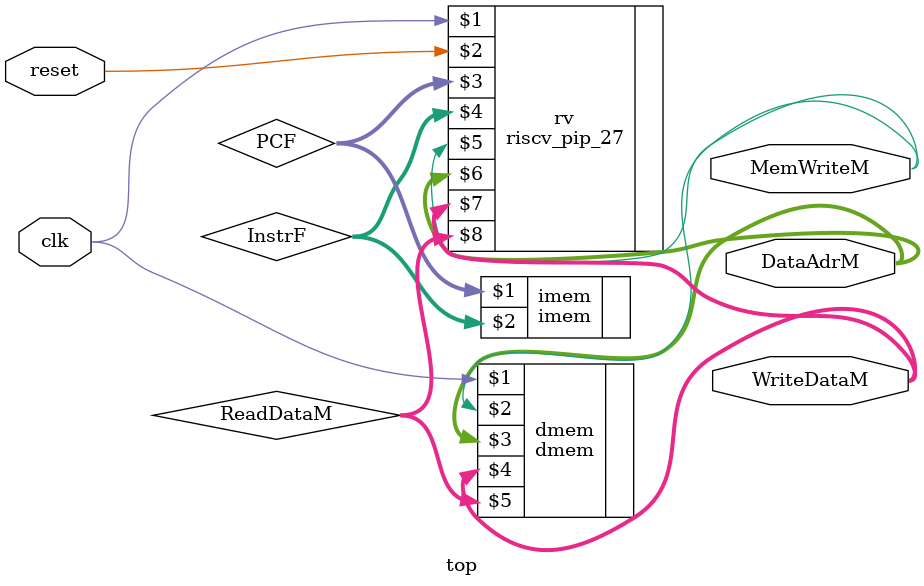
<source format=sv>
module top (input logic 			clk, reset, 
			output logic [31:0] 	WriteDataM,  DataAdrM, 
			output logic 			MemWriteM);
				
	logic [31:0] PCF, InstrF, ReadDataM;
	
// instantiate processor and memories

	riscv_pip_27 rv( clk, reset, PCF, InstrF, MemWriteM, DataAdrM, WriteDataM, ReadDataM);
	imem imem(PCF, InstrF);
	dmem dmem(clk, MemWriteM, DataAdrM, WriteDataM, ReadDataM);
endmodule
</source>
